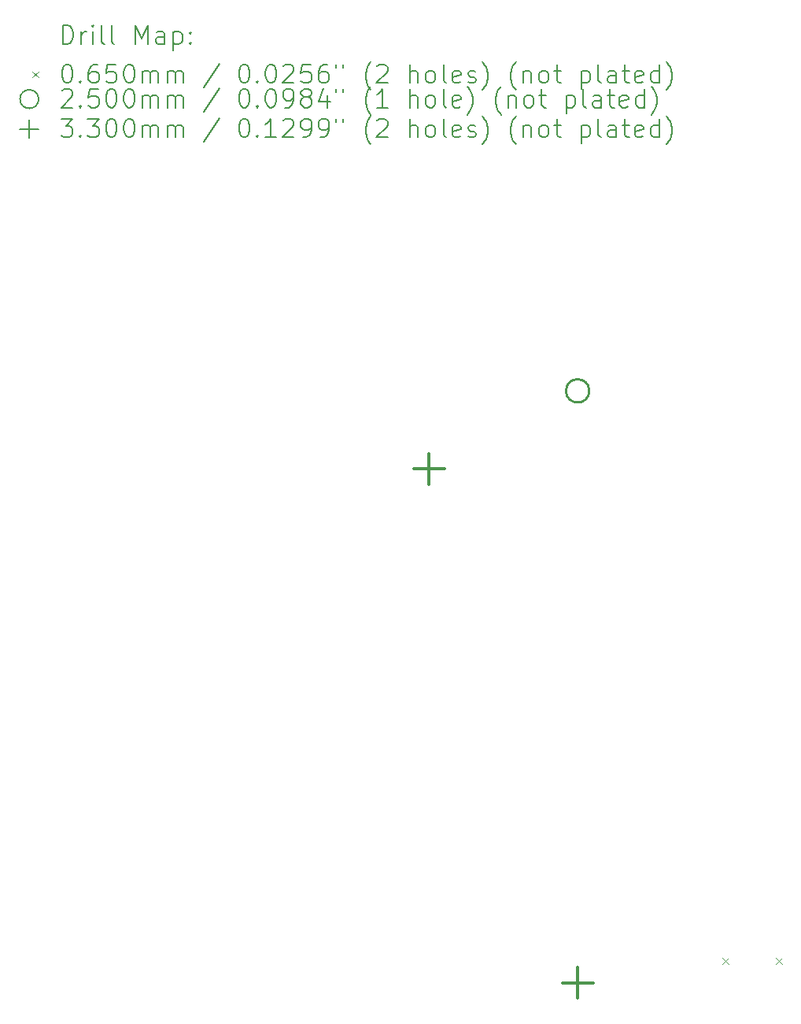
<source format=gbr>
%TF.GenerationSoftware,KiCad,Pcbnew,7.0.8*%
%TF.CreationDate,2024-03-21T14:38:22-03:00*%
%TF.ProjectId,Demo PPI NB V2,44656d6f-2050-4504-9920-4e422056322e,rev?*%
%TF.SameCoordinates,Original*%
%TF.FileFunction,Drillmap*%
%TF.FilePolarity,Positive*%
%FSLAX45Y45*%
G04 Gerber Fmt 4.5, Leading zero omitted, Abs format (unit mm)*
G04 Created by KiCad (PCBNEW 7.0.8) date 2024-03-21 14:38:22*
%MOMM*%
%LPD*%
G01*
G04 APERTURE LIST*
%ADD10C,0.200000*%
%ADD11C,0.065000*%
%ADD12C,0.250000*%
%ADD13C,0.330000*%
G04 APERTURE END LIST*
D10*
D11*
X7357500Y-10134500D02*
X7422500Y-10199500D01*
X7422500Y-10134500D02*
X7357500Y-10199500D01*
X7935500Y-10134500D02*
X8000500Y-10199500D01*
X8000500Y-10134500D02*
X7935500Y-10199500D01*
D12*
X5925000Y-4040000D02*
G75*
G03*
X5925000Y-4040000I-125000J0D01*
G01*
D13*
X4200000Y-4713000D02*
X4200000Y-5043000D01*
X4035000Y-4878000D02*
X4365000Y-4878000D01*
X5800000Y-10237000D02*
X5800000Y-10567000D01*
X5635000Y-10402000D02*
X5965000Y-10402000D01*
D10*
X260777Y-311484D02*
X260777Y-111484D01*
X260777Y-111484D02*
X308396Y-111484D01*
X308396Y-111484D02*
X336967Y-121008D01*
X336967Y-121008D02*
X356015Y-140055D01*
X356015Y-140055D02*
X365539Y-159103D01*
X365539Y-159103D02*
X375062Y-197198D01*
X375062Y-197198D02*
X375062Y-225769D01*
X375062Y-225769D02*
X365539Y-263865D01*
X365539Y-263865D02*
X356015Y-282912D01*
X356015Y-282912D02*
X336967Y-301960D01*
X336967Y-301960D02*
X308396Y-311484D01*
X308396Y-311484D02*
X260777Y-311484D01*
X460777Y-311484D02*
X460777Y-178150D01*
X460777Y-216246D02*
X470301Y-197198D01*
X470301Y-197198D02*
X479824Y-187674D01*
X479824Y-187674D02*
X498872Y-178150D01*
X498872Y-178150D02*
X517920Y-178150D01*
X584586Y-311484D02*
X584586Y-178150D01*
X584586Y-111484D02*
X575063Y-121008D01*
X575063Y-121008D02*
X584586Y-130531D01*
X584586Y-130531D02*
X594110Y-121008D01*
X594110Y-121008D02*
X584586Y-111484D01*
X584586Y-111484D02*
X584586Y-130531D01*
X708396Y-311484D02*
X689348Y-301960D01*
X689348Y-301960D02*
X679824Y-282912D01*
X679824Y-282912D02*
X679824Y-111484D01*
X813158Y-311484D02*
X794110Y-301960D01*
X794110Y-301960D02*
X784586Y-282912D01*
X784586Y-282912D02*
X784586Y-111484D01*
X1041729Y-311484D02*
X1041729Y-111484D01*
X1041729Y-111484D02*
X1108396Y-254341D01*
X1108396Y-254341D02*
X1175063Y-111484D01*
X1175063Y-111484D02*
X1175063Y-311484D01*
X1356015Y-311484D02*
X1356015Y-206722D01*
X1356015Y-206722D02*
X1346491Y-187674D01*
X1346491Y-187674D02*
X1327444Y-178150D01*
X1327444Y-178150D02*
X1289348Y-178150D01*
X1289348Y-178150D02*
X1270301Y-187674D01*
X1356015Y-301960D02*
X1336967Y-311484D01*
X1336967Y-311484D02*
X1289348Y-311484D01*
X1289348Y-311484D02*
X1270301Y-301960D01*
X1270301Y-301960D02*
X1260777Y-282912D01*
X1260777Y-282912D02*
X1260777Y-263865D01*
X1260777Y-263865D02*
X1270301Y-244817D01*
X1270301Y-244817D02*
X1289348Y-235293D01*
X1289348Y-235293D02*
X1336967Y-235293D01*
X1336967Y-235293D02*
X1356015Y-225769D01*
X1451253Y-178150D02*
X1451253Y-378150D01*
X1451253Y-187674D02*
X1470301Y-178150D01*
X1470301Y-178150D02*
X1508396Y-178150D01*
X1508396Y-178150D02*
X1527443Y-187674D01*
X1527443Y-187674D02*
X1536967Y-197198D01*
X1536967Y-197198D02*
X1546491Y-216246D01*
X1546491Y-216246D02*
X1546491Y-273389D01*
X1546491Y-273389D02*
X1536967Y-292436D01*
X1536967Y-292436D02*
X1527443Y-301960D01*
X1527443Y-301960D02*
X1508396Y-311484D01*
X1508396Y-311484D02*
X1470301Y-311484D01*
X1470301Y-311484D02*
X1451253Y-301960D01*
X1632205Y-292436D02*
X1641729Y-301960D01*
X1641729Y-301960D02*
X1632205Y-311484D01*
X1632205Y-311484D02*
X1622682Y-301960D01*
X1622682Y-301960D02*
X1632205Y-292436D01*
X1632205Y-292436D02*
X1632205Y-311484D01*
X1632205Y-187674D02*
X1641729Y-197198D01*
X1641729Y-197198D02*
X1632205Y-206722D01*
X1632205Y-206722D02*
X1622682Y-197198D01*
X1622682Y-197198D02*
X1632205Y-187674D01*
X1632205Y-187674D02*
X1632205Y-206722D01*
D11*
X-65000Y-607500D02*
X0Y-672500D01*
X0Y-607500D02*
X-65000Y-672500D01*
D10*
X298872Y-531484D02*
X317920Y-531484D01*
X317920Y-531484D02*
X336967Y-541008D01*
X336967Y-541008D02*
X346491Y-550531D01*
X346491Y-550531D02*
X356015Y-569579D01*
X356015Y-569579D02*
X365539Y-607674D01*
X365539Y-607674D02*
X365539Y-655293D01*
X365539Y-655293D02*
X356015Y-693389D01*
X356015Y-693389D02*
X346491Y-712436D01*
X346491Y-712436D02*
X336967Y-721960D01*
X336967Y-721960D02*
X317920Y-731484D01*
X317920Y-731484D02*
X298872Y-731484D01*
X298872Y-731484D02*
X279824Y-721960D01*
X279824Y-721960D02*
X270301Y-712436D01*
X270301Y-712436D02*
X260777Y-693389D01*
X260777Y-693389D02*
X251253Y-655293D01*
X251253Y-655293D02*
X251253Y-607674D01*
X251253Y-607674D02*
X260777Y-569579D01*
X260777Y-569579D02*
X270301Y-550531D01*
X270301Y-550531D02*
X279824Y-541008D01*
X279824Y-541008D02*
X298872Y-531484D01*
X451253Y-712436D02*
X460777Y-721960D01*
X460777Y-721960D02*
X451253Y-731484D01*
X451253Y-731484D02*
X441729Y-721960D01*
X441729Y-721960D02*
X451253Y-712436D01*
X451253Y-712436D02*
X451253Y-731484D01*
X632205Y-531484D02*
X594110Y-531484D01*
X594110Y-531484D02*
X575063Y-541008D01*
X575063Y-541008D02*
X565539Y-550531D01*
X565539Y-550531D02*
X546491Y-579103D01*
X546491Y-579103D02*
X536967Y-617198D01*
X536967Y-617198D02*
X536967Y-693389D01*
X536967Y-693389D02*
X546491Y-712436D01*
X546491Y-712436D02*
X556015Y-721960D01*
X556015Y-721960D02*
X575063Y-731484D01*
X575063Y-731484D02*
X613158Y-731484D01*
X613158Y-731484D02*
X632205Y-721960D01*
X632205Y-721960D02*
X641729Y-712436D01*
X641729Y-712436D02*
X651253Y-693389D01*
X651253Y-693389D02*
X651253Y-645770D01*
X651253Y-645770D02*
X641729Y-626722D01*
X641729Y-626722D02*
X632205Y-617198D01*
X632205Y-617198D02*
X613158Y-607674D01*
X613158Y-607674D02*
X575063Y-607674D01*
X575063Y-607674D02*
X556015Y-617198D01*
X556015Y-617198D02*
X546491Y-626722D01*
X546491Y-626722D02*
X536967Y-645770D01*
X832205Y-531484D02*
X736967Y-531484D01*
X736967Y-531484D02*
X727443Y-626722D01*
X727443Y-626722D02*
X736967Y-617198D01*
X736967Y-617198D02*
X756015Y-607674D01*
X756015Y-607674D02*
X803634Y-607674D01*
X803634Y-607674D02*
X822682Y-617198D01*
X822682Y-617198D02*
X832205Y-626722D01*
X832205Y-626722D02*
X841729Y-645770D01*
X841729Y-645770D02*
X841729Y-693389D01*
X841729Y-693389D02*
X832205Y-712436D01*
X832205Y-712436D02*
X822682Y-721960D01*
X822682Y-721960D02*
X803634Y-731484D01*
X803634Y-731484D02*
X756015Y-731484D01*
X756015Y-731484D02*
X736967Y-721960D01*
X736967Y-721960D02*
X727443Y-712436D01*
X965539Y-531484D02*
X984586Y-531484D01*
X984586Y-531484D02*
X1003634Y-541008D01*
X1003634Y-541008D02*
X1013158Y-550531D01*
X1013158Y-550531D02*
X1022682Y-569579D01*
X1022682Y-569579D02*
X1032205Y-607674D01*
X1032205Y-607674D02*
X1032205Y-655293D01*
X1032205Y-655293D02*
X1022682Y-693389D01*
X1022682Y-693389D02*
X1013158Y-712436D01*
X1013158Y-712436D02*
X1003634Y-721960D01*
X1003634Y-721960D02*
X984586Y-731484D01*
X984586Y-731484D02*
X965539Y-731484D01*
X965539Y-731484D02*
X946491Y-721960D01*
X946491Y-721960D02*
X936967Y-712436D01*
X936967Y-712436D02*
X927443Y-693389D01*
X927443Y-693389D02*
X917920Y-655293D01*
X917920Y-655293D02*
X917920Y-607674D01*
X917920Y-607674D02*
X927443Y-569579D01*
X927443Y-569579D02*
X936967Y-550531D01*
X936967Y-550531D02*
X946491Y-541008D01*
X946491Y-541008D02*
X965539Y-531484D01*
X1117920Y-731484D02*
X1117920Y-598150D01*
X1117920Y-617198D02*
X1127444Y-607674D01*
X1127444Y-607674D02*
X1146491Y-598150D01*
X1146491Y-598150D02*
X1175063Y-598150D01*
X1175063Y-598150D02*
X1194110Y-607674D01*
X1194110Y-607674D02*
X1203634Y-626722D01*
X1203634Y-626722D02*
X1203634Y-731484D01*
X1203634Y-626722D02*
X1213158Y-607674D01*
X1213158Y-607674D02*
X1232205Y-598150D01*
X1232205Y-598150D02*
X1260777Y-598150D01*
X1260777Y-598150D02*
X1279825Y-607674D01*
X1279825Y-607674D02*
X1289348Y-626722D01*
X1289348Y-626722D02*
X1289348Y-731484D01*
X1384586Y-731484D02*
X1384586Y-598150D01*
X1384586Y-617198D02*
X1394110Y-607674D01*
X1394110Y-607674D02*
X1413158Y-598150D01*
X1413158Y-598150D02*
X1441729Y-598150D01*
X1441729Y-598150D02*
X1460777Y-607674D01*
X1460777Y-607674D02*
X1470301Y-626722D01*
X1470301Y-626722D02*
X1470301Y-731484D01*
X1470301Y-626722D02*
X1479824Y-607674D01*
X1479824Y-607674D02*
X1498872Y-598150D01*
X1498872Y-598150D02*
X1527443Y-598150D01*
X1527443Y-598150D02*
X1546491Y-607674D01*
X1546491Y-607674D02*
X1556015Y-626722D01*
X1556015Y-626722D02*
X1556015Y-731484D01*
X1946491Y-521960D02*
X1775063Y-779103D01*
X2203634Y-531484D02*
X2222682Y-531484D01*
X2222682Y-531484D02*
X2241729Y-541008D01*
X2241729Y-541008D02*
X2251253Y-550531D01*
X2251253Y-550531D02*
X2260777Y-569579D01*
X2260777Y-569579D02*
X2270301Y-607674D01*
X2270301Y-607674D02*
X2270301Y-655293D01*
X2270301Y-655293D02*
X2260777Y-693389D01*
X2260777Y-693389D02*
X2251253Y-712436D01*
X2251253Y-712436D02*
X2241729Y-721960D01*
X2241729Y-721960D02*
X2222682Y-731484D01*
X2222682Y-731484D02*
X2203634Y-731484D01*
X2203634Y-731484D02*
X2184587Y-721960D01*
X2184587Y-721960D02*
X2175063Y-712436D01*
X2175063Y-712436D02*
X2165539Y-693389D01*
X2165539Y-693389D02*
X2156015Y-655293D01*
X2156015Y-655293D02*
X2156015Y-607674D01*
X2156015Y-607674D02*
X2165539Y-569579D01*
X2165539Y-569579D02*
X2175063Y-550531D01*
X2175063Y-550531D02*
X2184587Y-541008D01*
X2184587Y-541008D02*
X2203634Y-531484D01*
X2356015Y-712436D02*
X2365539Y-721960D01*
X2365539Y-721960D02*
X2356015Y-731484D01*
X2356015Y-731484D02*
X2346491Y-721960D01*
X2346491Y-721960D02*
X2356015Y-712436D01*
X2356015Y-712436D02*
X2356015Y-731484D01*
X2489348Y-531484D02*
X2508396Y-531484D01*
X2508396Y-531484D02*
X2527444Y-541008D01*
X2527444Y-541008D02*
X2536968Y-550531D01*
X2536968Y-550531D02*
X2546491Y-569579D01*
X2546491Y-569579D02*
X2556015Y-607674D01*
X2556015Y-607674D02*
X2556015Y-655293D01*
X2556015Y-655293D02*
X2546491Y-693389D01*
X2546491Y-693389D02*
X2536968Y-712436D01*
X2536968Y-712436D02*
X2527444Y-721960D01*
X2527444Y-721960D02*
X2508396Y-731484D01*
X2508396Y-731484D02*
X2489348Y-731484D01*
X2489348Y-731484D02*
X2470301Y-721960D01*
X2470301Y-721960D02*
X2460777Y-712436D01*
X2460777Y-712436D02*
X2451253Y-693389D01*
X2451253Y-693389D02*
X2441729Y-655293D01*
X2441729Y-655293D02*
X2441729Y-607674D01*
X2441729Y-607674D02*
X2451253Y-569579D01*
X2451253Y-569579D02*
X2460777Y-550531D01*
X2460777Y-550531D02*
X2470301Y-541008D01*
X2470301Y-541008D02*
X2489348Y-531484D01*
X2632206Y-550531D02*
X2641729Y-541008D01*
X2641729Y-541008D02*
X2660777Y-531484D01*
X2660777Y-531484D02*
X2708396Y-531484D01*
X2708396Y-531484D02*
X2727444Y-541008D01*
X2727444Y-541008D02*
X2736968Y-550531D01*
X2736968Y-550531D02*
X2746491Y-569579D01*
X2746491Y-569579D02*
X2746491Y-588627D01*
X2746491Y-588627D02*
X2736968Y-617198D01*
X2736968Y-617198D02*
X2622682Y-731484D01*
X2622682Y-731484D02*
X2746491Y-731484D01*
X2927444Y-531484D02*
X2832206Y-531484D01*
X2832206Y-531484D02*
X2822682Y-626722D01*
X2822682Y-626722D02*
X2832206Y-617198D01*
X2832206Y-617198D02*
X2851253Y-607674D01*
X2851253Y-607674D02*
X2898872Y-607674D01*
X2898872Y-607674D02*
X2917920Y-617198D01*
X2917920Y-617198D02*
X2927444Y-626722D01*
X2927444Y-626722D02*
X2936967Y-645770D01*
X2936967Y-645770D02*
X2936967Y-693389D01*
X2936967Y-693389D02*
X2927444Y-712436D01*
X2927444Y-712436D02*
X2917920Y-721960D01*
X2917920Y-721960D02*
X2898872Y-731484D01*
X2898872Y-731484D02*
X2851253Y-731484D01*
X2851253Y-731484D02*
X2832206Y-721960D01*
X2832206Y-721960D02*
X2822682Y-712436D01*
X3108396Y-531484D02*
X3070301Y-531484D01*
X3070301Y-531484D02*
X3051253Y-541008D01*
X3051253Y-541008D02*
X3041729Y-550531D01*
X3041729Y-550531D02*
X3022682Y-579103D01*
X3022682Y-579103D02*
X3013158Y-617198D01*
X3013158Y-617198D02*
X3013158Y-693389D01*
X3013158Y-693389D02*
X3022682Y-712436D01*
X3022682Y-712436D02*
X3032206Y-721960D01*
X3032206Y-721960D02*
X3051253Y-731484D01*
X3051253Y-731484D02*
X3089348Y-731484D01*
X3089348Y-731484D02*
X3108396Y-721960D01*
X3108396Y-721960D02*
X3117920Y-712436D01*
X3117920Y-712436D02*
X3127444Y-693389D01*
X3127444Y-693389D02*
X3127444Y-645770D01*
X3127444Y-645770D02*
X3117920Y-626722D01*
X3117920Y-626722D02*
X3108396Y-617198D01*
X3108396Y-617198D02*
X3089348Y-607674D01*
X3089348Y-607674D02*
X3051253Y-607674D01*
X3051253Y-607674D02*
X3032206Y-617198D01*
X3032206Y-617198D02*
X3022682Y-626722D01*
X3022682Y-626722D02*
X3013158Y-645770D01*
X3203634Y-531484D02*
X3203634Y-569579D01*
X3279825Y-531484D02*
X3279825Y-569579D01*
X3575063Y-807674D02*
X3565539Y-798150D01*
X3565539Y-798150D02*
X3546491Y-769579D01*
X3546491Y-769579D02*
X3536968Y-750531D01*
X3536968Y-750531D02*
X3527444Y-721960D01*
X3527444Y-721960D02*
X3517920Y-674341D01*
X3517920Y-674341D02*
X3517920Y-636246D01*
X3517920Y-636246D02*
X3527444Y-588627D01*
X3527444Y-588627D02*
X3536968Y-560055D01*
X3536968Y-560055D02*
X3546491Y-541008D01*
X3546491Y-541008D02*
X3565539Y-512436D01*
X3565539Y-512436D02*
X3575063Y-502912D01*
X3641729Y-550531D02*
X3651253Y-541008D01*
X3651253Y-541008D02*
X3670301Y-531484D01*
X3670301Y-531484D02*
X3717920Y-531484D01*
X3717920Y-531484D02*
X3736968Y-541008D01*
X3736968Y-541008D02*
X3746491Y-550531D01*
X3746491Y-550531D02*
X3756015Y-569579D01*
X3756015Y-569579D02*
X3756015Y-588627D01*
X3756015Y-588627D02*
X3746491Y-617198D01*
X3746491Y-617198D02*
X3632206Y-731484D01*
X3632206Y-731484D02*
X3756015Y-731484D01*
X3994110Y-731484D02*
X3994110Y-531484D01*
X4079825Y-731484D02*
X4079825Y-626722D01*
X4079825Y-626722D02*
X4070301Y-607674D01*
X4070301Y-607674D02*
X4051253Y-598150D01*
X4051253Y-598150D02*
X4022682Y-598150D01*
X4022682Y-598150D02*
X4003634Y-607674D01*
X4003634Y-607674D02*
X3994110Y-617198D01*
X4203634Y-731484D02*
X4184587Y-721960D01*
X4184587Y-721960D02*
X4175063Y-712436D01*
X4175063Y-712436D02*
X4165539Y-693389D01*
X4165539Y-693389D02*
X4165539Y-636246D01*
X4165539Y-636246D02*
X4175063Y-617198D01*
X4175063Y-617198D02*
X4184587Y-607674D01*
X4184587Y-607674D02*
X4203634Y-598150D01*
X4203634Y-598150D02*
X4232206Y-598150D01*
X4232206Y-598150D02*
X4251253Y-607674D01*
X4251253Y-607674D02*
X4260777Y-617198D01*
X4260777Y-617198D02*
X4270301Y-636246D01*
X4270301Y-636246D02*
X4270301Y-693389D01*
X4270301Y-693389D02*
X4260777Y-712436D01*
X4260777Y-712436D02*
X4251253Y-721960D01*
X4251253Y-721960D02*
X4232206Y-731484D01*
X4232206Y-731484D02*
X4203634Y-731484D01*
X4384587Y-731484D02*
X4365539Y-721960D01*
X4365539Y-721960D02*
X4356015Y-702912D01*
X4356015Y-702912D02*
X4356015Y-531484D01*
X4536968Y-721960D02*
X4517920Y-731484D01*
X4517920Y-731484D02*
X4479825Y-731484D01*
X4479825Y-731484D02*
X4460777Y-721960D01*
X4460777Y-721960D02*
X4451253Y-702912D01*
X4451253Y-702912D02*
X4451253Y-626722D01*
X4451253Y-626722D02*
X4460777Y-607674D01*
X4460777Y-607674D02*
X4479825Y-598150D01*
X4479825Y-598150D02*
X4517920Y-598150D01*
X4517920Y-598150D02*
X4536968Y-607674D01*
X4536968Y-607674D02*
X4546492Y-626722D01*
X4546492Y-626722D02*
X4546492Y-645770D01*
X4546492Y-645770D02*
X4451253Y-664817D01*
X4622682Y-721960D02*
X4641730Y-731484D01*
X4641730Y-731484D02*
X4679825Y-731484D01*
X4679825Y-731484D02*
X4698873Y-721960D01*
X4698873Y-721960D02*
X4708396Y-702912D01*
X4708396Y-702912D02*
X4708396Y-693389D01*
X4708396Y-693389D02*
X4698873Y-674341D01*
X4698873Y-674341D02*
X4679825Y-664817D01*
X4679825Y-664817D02*
X4651253Y-664817D01*
X4651253Y-664817D02*
X4632206Y-655293D01*
X4632206Y-655293D02*
X4622682Y-636246D01*
X4622682Y-636246D02*
X4622682Y-626722D01*
X4622682Y-626722D02*
X4632206Y-607674D01*
X4632206Y-607674D02*
X4651253Y-598150D01*
X4651253Y-598150D02*
X4679825Y-598150D01*
X4679825Y-598150D02*
X4698873Y-607674D01*
X4775063Y-807674D02*
X4784587Y-798150D01*
X4784587Y-798150D02*
X4803634Y-769579D01*
X4803634Y-769579D02*
X4813158Y-750531D01*
X4813158Y-750531D02*
X4822682Y-721960D01*
X4822682Y-721960D02*
X4832206Y-674341D01*
X4832206Y-674341D02*
X4832206Y-636246D01*
X4832206Y-636246D02*
X4822682Y-588627D01*
X4822682Y-588627D02*
X4813158Y-560055D01*
X4813158Y-560055D02*
X4803634Y-541008D01*
X4803634Y-541008D02*
X4784587Y-512436D01*
X4784587Y-512436D02*
X4775063Y-502912D01*
X5136968Y-807674D02*
X5127444Y-798150D01*
X5127444Y-798150D02*
X5108396Y-769579D01*
X5108396Y-769579D02*
X5098873Y-750531D01*
X5098873Y-750531D02*
X5089349Y-721960D01*
X5089349Y-721960D02*
X5079825Y-674341D01*
X5079825Y-674341D02*
X5079825Y-636246D01*
X5079825Y-636246D02*
X5089349Y-588627D01*
X5089349Y-588627D02*
X5098873Y-560055D01*
X5098873Y-560055D02*
X5108396Y-541008D01*
X5108396Y-541008D02*
X5127444Y-512436D01*
X5127444Y-512436D02*
X5136968Y-502912D01*
X5213158Y-598150D02*
X5213158Y-731484D01*
X5213158Y-617198D02*
X5222682Y-607674D01*
X5222682Y-607674D02*
X5241730Y-598150D01*
X5241730Y-598150D02*
X5270301Y-598150D01*
X5270301Y-598150D02*
X5289349Y-607674D01*
X5289349Y-607674D02*
X5298873Y-626722D01*
X5298873Y-626722D02*
X5298873Y-731484D01*
X5422682Y-731484D02*
X5403634Y-721960D01*
X5403634Y-721960D02*
X5394111Y-712436D01*
X5394111Y-712436D02*
X5384587Y-693389D01*
X5384587Y-693389D02*
X5384587Y-636246D01*
X5384587Y-636246D02*
X5394111Y-617198D01*
X5394111Y-617198D02*
X5403634Y-607674D01*
X5403634Y-607674D02*
X5422682Y-598150D01*
X5422682Y-598150D02*
X5451254Y-598150D01*
X5451254Y-598150D02*
X5470301Y-607674D01*
X5470301Y-607674D02*
X5479825Y-617198D01*
X5479825Y-617198D02*
X5489349Y-636246D01*
X5489349Y-636246D02*
X5489349Y-693389D01*
X5489349Y-693389D02*
X5479825Y-712436D01*
X5479825Y-712436D02*
X5470301Y-721960D01*
X5470301Y-721960D02*
X5451254Y-731484D01*
X5451254Y-731484D02*
X5422682Y-731484D01*
X5546492Y-598150D02*
X5622682Y-598150D01*
X5575063Y-531484D02*
X5575063Y-702912D01*
X5575063Y-702912D02*
X5584587Y-721960D01*
X5584587Y-721960D02*
X5603634Y-731484D01*
X5603634Y-731484D02*
X5622682Y-731484D01*
X5841730Y-598150D02*
X5841730Y-798150D01*
X5841730Y-607674D02*
X5860777Y-598150D01*
X5860777Y-598150D02*
X5898873Y-598150D01*
X5898873Y-598150D02*
X5917920Y-607674D01*
X5917920Y-607674D02*
X5927444Y-617198D01*
X5927444Y-617198D02*
X5936968Y-636246D01*
X5936968Y-636246D02*
X5936968Y-693389D01*
X5936968Y-693389D02*
X5927444Y-712436D01*
X5927444Y-712436D02*
X5917920Y-721960D01*
X5917920Y-721960D02*
X5898873Y-731484D01*
X5898873Y-731484D02*
X5860777Y-731484D01*
X5860777Y-731484D02*
X5841730Y-721960D01*
X6051253Y-731484D02*
X6032206Y-721960D01*
X6032206Y-721960D02*
X6022682Y-702912D01*
X6022682Y-702912D02*
X6022682Y-531484D01*
X6213158Y-731484D02*
X6213158Y-626722D01*
X6213158Y-626722D02*
X6203634Y-607674D01*
X6203634Y-607674D02*
X6184587Y-598150D01*
X6184587Y-598150D02*
X6146492Y-598150D01*
X6146492Y-598150D02*
X6127444Y-607674D01*
X6213158Y-721960D02*
X6194111Y-731484D01*
X6194111Y-731484D02*
X6146492Y-731484D01*
X6146492Y-731484D02*
X6127444Y-721960D01*
X6127444Y-721960D02*
X6117920Y-702912D01*
X6117920Y-702912D02*
X6117920Y-683865D01*
X6117920Y-683865D02*
X6127444Y-664817D01*
X6127444Y-664817D02*
X6146492Y-655293D01*
X6146492Y-655293D02*
X6194111Y-655293D01*
X6194111Y-655293D02*
X6213158Y-645770D01*
X6279825Y-598150D02*
X6356015Y-598150D01*
X6308396Y-531484D02*
X6308396Y-702912D01*
X6308396Y-702912D02*
X6317920Y-721960D01*
X6317920Y-721960D02*
X6336968Y-731484D01*
X6336968Y-731484D02*
X6356015Y-731484D01*
X6498873Y-721960D02*
X6479825Y-731484D01*
X6479825Y-731484D02*
X6441730Y-731484D01*
X6441730Y-731484D02*
X6422682Y-721960D01*
X6422682Y-721960D02*
X6413158Y-702912D01*
X6413158Y-702912D02*
X6413158Y-626722D01*
X6413158Y-626722D02*
X6422682Y-607674D01*
X6422682Y-607674D02*
X6441730Y-598150D01*
X6441730Y-598150D02*
X6479825Y-598150D01*
X6479825Y-598150D02*
X6498873Y-607674D01*
X6498873Y-607674D02*
X6508396Y-626722D01*
X6508396Y-626722D02*
X6508396Y-645770D01*
X6508396Y-645770D02*
X6413158Y-664817D01*
X6679825Y-731484D02*
X6679825Y-531484D01*
X6679825Y-721960D02*
X6660777Y-731484D01*
X6660777Y-731484D02*
X6622682Y-731484D01*
X6622682Y-731484D02*
X6603634Y-721960D01*
X6603634Y-721960D02*
X6594111Y-712436D01*
X6594111Y-712436D02*
X6584587Y-693389D01*
X6584587Y-693389D02*
X6584587Y-636246D01*
X6584587Y-636246D02*
X6594111Y-617198D01*
X6594111Y-617198D02*
X6603634Y-607674D01*
X6603634Y-607674D02*
X6622682Y-598150D01*
X6622682Y-598150D02*
X6660777Y-598150D01*
X6660777Y-598150D02*
X6679825Y-607674D01*
X6756015Y-807674D02*
X6765539Y-798150D01*
X6765539Y-798150D02*
X6784587Y-769579D01*
X6784587Y-769579D02*
X6794111Y-750531D01*
X6794111Y-750531D02*
X6803634Y-721960D01*
X6803634Y-721960D02*
X6813158Y-674341D01*
X6813158Y-674341D02*
X6813158Y-636246D01*
X6813158Y-636246D02*
X6803634Y-588627D01*
X6803634Y-588627D02*
X6794111Y-560055D01*
X6794111Y-560055D02*
X6784587Y-541008D01*
X6784587Y-541008D02*
X6765539Y-512436D01*
X6765539Y-512436D02*
X6756015Y-502912D01*
X0Y-904000D02*
G75*
G03*
X0Y-904000I-100000J0D01*
G01*
X251253Y-814531D02*
X260777Y-805008D01*
X260777Y-805008D02*
X279824Y-795484D01*
X279824Y-795484D02*
X327444Y-795484D01*
X327444Y-795484D02*
X346491Y-805008D01*
X346491Y-805008D02*
X356015Y-814531D01*
X356015Y-814531D02*
X365539Y-833579D01*
X365539Y-833579D02*
X365539Y-852627D01*
X365539Y-852627D02*
X356015Y-881198D01*
X356015Y-881198D02*
X241729Y-995484D01*
X241729Y-995484D02*
X365539Y-995484D01*
X451253Y-976436D02*
X460777Y-985960D01*
X460777Y-985960D02*
X451253Y-995484D01*
X451253Y-995484D02*
X441729Y-985960D01*
X441729Y-985960D02*
X451253Y-976436D01*
X451253Y-976436D02*
X451253Y-995484D01*
X641729Y-795484D02*
X546491Y-795484D01*
X546491Y-795484D02*
X536967Y-890722D01*
X536967Y-890722D02*
X546491Y-881198D01*
X546491Y-881198D02*
X565539Y-871674D01*
X565539Y-871674D02*
X613158Y-871674D01*
X613158Y-871674D02*
X632205Y-881198D01*
X632205Y-881198D02*
X641729Y-890722D01*
X641729Y-890722D02*
X651253Y-909769D01*
X651253Y-909769D02*
X651253Y-957388D01*
X651253Y-957388D02*
X641729Y-976436D01*
X641729Y-976436D02*
X632205Y-985960D01*
X632205Y-985960D02*
X613158Y-995484D01*
X613158Y-995484D02*
X565539Y-995484D01*
X565539Y-995484D02*
X546491Y-985960D01*
X546491Y-985960D02*
X536967Y-976436D01*
X775062Y-795484D02*
X794110Y-795484D01*
X794110Y-795484D02*
X813158Y-805008D01*
X813158Y-805008D02*
X822682Y-814531D01*
X822682Y-814531D02*
X832205Y-833579D01*
X832205Y-833579D02*
X841729Y-871674D01*
X841729Y-871674D02*
X841729Y-919293D01*
X841729Y-919293D02*
X832205Y-957388D01*
X832205Y-957388D02*
X822682Y-976436D01*
X822682Y-976436D02*
X813158Y-985960D01*
X813158Y-985960D02*
X794110Y-995484D01*
X794110Y-995484D02*
X775062Y-995484D01*
X775062Y-995484D02*
X756015Y-985960D01*
X756015Y-985960D02*
X746491Y-976436D01*
X746491Y-976436D02*
X736967Y-957388D01*
X736967Y-957388D02*
X727443Y-919293D01*
X727443Y-919293D02*
X727443Y-871674D01*
X727443Y-871674D02*
X736967Y-833579D01*
X736967Y-833579D02*
X746491Y-814531D01*
X746491Y-814531D02*
X756015Y-805008D01*
X756015Y-805008D02*
X775062Y-795484D01*
X965539Y-795484D02*
X984586Y-795484D01*
X984586Y-795484D02*
X1003634Y-805008D01*
X1003634Y-805008D02*
X1013158Y-814531D01*
X1013158Y-814531D02*
X1022682Y-833579D01*
X1022682Y-833579D02*
X1032205Y-871674D01*
X1032205Y-871674D02*
X1032205Y-919293D01*
X1032205Y-919293D02*
X1022682Y-957388D01*
X1022682Y-957388D02*
X1013158Y-976436D01*
X1013158Y-976436D02*
X1003634Y-985960D01*
X1003634Y-985960D02*
X984586Y-995484D01*
X984586Y-995484D02*
X965539Y-995484D01*
X965539Y-995484D02*
X946491Y-985960D01*
X946491Y-985960D02*
X936967Y-976436D01*
X936967Y-976436D02*
X927443Y-957388D01*
X927443Y-957388D02*
X917920Y-919293D01*
X917920Y-919293D02*
X917920Y-871674D01*
X917920Y-871674D02*
X927443Y-833579D01*
X927443Y-833579D02*
X936967Y-814531D01*
X936967Y-814531D02*
X946491Y-805008D01*
X946491Y-805008D02*
X965539Y-795484D01*
X1117920Y-995484D02*
X1117920Y-862150D01*
X1117920Y-881198D02*
X1127444Y-871674D01*
X1127444Y-871674D02*
X1146491Y-862150D01*
X1146491Y-862150D02*
X1175063Y-862150D01*
X1175063Y-862150D02*
X1194110Y-871674D01*
X1194110Y-871674D02*
X1203634Y-890722D01*
X1203634Y-890722D02*
X1203634Y-995484D01*
X1203634Y-890722D02*
X1213158Y-871674D01*
X1213158Y-871674D02*
X1232205Y-862150D01*
X1232205Y-862150D02*
X1260777Y-862150D01*
X1260777Y-862150D02*
X1279825Y-871674D01*
X1279825Y-871674D02*
X1289348Y-890722D01*
X1289348Y-890722D02*
X1289348Y-995484D01*
X1384586Y-995484D02*
X1384586Y-862150D01*
X1384586Y-881198D02*
X1394110Y-871674D01*
X1394110Y-871674D02*
X1413158Y-862150D01*
X1413158Y-862150D02*
X1441729Y-862150D01*
X1441729Y-862150D02*
X1460777Y-871674D01*
X1460777Y-871674D02*
X1470301Y-890722D01*
X1470301Y-890722D02*
X1470301Y-995484D01*
X1470301Y-890722D02*
X1479824Y-871674D01*
X1479824Y-871674D02*
X1498872Y-862150D01*
X1498872Y-862150D02*
X1527443Y-862150D01*
X1527443Y-862150D02*
X1546491Y-871674D01*
X1546491Y-871674D02*
X1556015Y-890722D01*
X1556015Y-890722D02*
X1556015Y-995484D01*
X1946491Y-785960D02*
X1775063Y-1043103D01*
X2203634Y-795484D02*
X2222682Y-795484D01*
X2222682Y-795484D02*
X2241729Y-805008D01*
X2241729Y-805008D02*
X2251253Y-814531D01*
X2251253Y-814531D02*
X2260777Y-833579D01*
X2260777Y-833579D02*
X2270301Y-871674D01*
X2270301Y-871674D02*
X2270301Y-919293D01*
X2270301Y-919293D02*
X2260777Y-957388D01*
X2260777Y-957388D02*
X2251253Y-976436D01*
X2251253Y-976436D02*
X2241729Y-985960D01*
X2241729Y-985960D02*
X2222682Y-995484D01*
X2222682Y-995484D02*
X2203634Y-995484D01*
X2203634Y-995484D02*
X2184587Y-985960D01*
X2184587Y-985960D02*
X2175063Y-976436D01*
X2175063Y-976436D02*
X2165539Y-957388D01*
X2165539Y-957388D02*
X2156015Y-919293D01*
X2156015Y-919293D02*
X2156015Y-871674D01*
X2156015Y-871674D02*
X2165539Y-833579D01*
X2165539Y-833579D02*
X2175063Y-814531D01*
X2175063Y-814531D02*
X2184587Y-805008D01*
X2184587Y-805008D02*
X2203634Y-795484D01*
X2356015Y-976436D02*
X2365539Y-985960D01*
X2365539Y-985960D02*
X2356015Y-995484D01*
X2356015Y-995484D02*
X2346491Y-985960D01*
X2346491Y-985960D02*
X2356015Y-976436D01*
X2356015Y-976436D02*
X2356015Y-995484D01*
X2489348Y-795484D02*
X2508396Y-795484D01*
X2508396Y-795484D02*
X2527444Y-805008D01*
X2527444Y-805008D02*
X2536968Y-814531D01*
X2536968Y-814531D02*
X2546491Y-833579D01*
X2546491Y-833579D02*
X2556015Y-871674D01*
X2556015Y-871674D02*
X2556015Y-919293D01*
X2556015Y-919293D02*
X2546491Y-957388D01*
X2546491Y-957388D02*
X2536968Y-976436D01*
X2536968Y-976436D02*
X2527444Y-985960D01*
X2527444Y-985960D02*
X2508396Y-995484D01*
X2508396Y-995484D02*
X2489348Y-995484D01*
X2489348Y-995484D02*
X2470301Y-985960D01*
X2470301Y-985960D02*
X2460777Y-976436D01*
X2460777Y-976436D02*
X2451253Y-957388D01*
X2451253Y-957388D02*
X2441729Y-919293D01*
X2441729Y-919293D02*
X2441729Y-871674D01*
X2441729Y-871674D02*
X2451253Y-833579D01*
X2451253Y-833579D02*
X2460777Y-814531D01*
X2460777Y-814531D02*
X2470301Y-805008D01*
X2470301Y-805008D02*
X2489348Y-795484D01*
X2651253Y-995484D02*
X2689348Y-995484D01*
X2689348Y-995484D02*
X2708396Y-985960D01*
X2708396Y-985960D02*
X2717920Y-976436D01*
X2717920Y-976436D02*
X2736968Y-947865D01*
X2736968Y-947865D02*
X2746491Y-909769D01*
X2746491Y-909769D02*
X2746491Y-833579D01*
X2746491Y-833579D02*
X2736968Y-814531D01*
X2736968Y-814531D02*
X2727444Y-805008D01*
X2727444Y-805008D02*
X2708396Y-795484D01*
X2708396Y-795484D02*
X2670301Y-795484D01*
X2670301Y-795484D02*
X2651253Y-805008D01*
X2651253Y-805008D02*
X2641729Y-814531D01*
X2641729Y-814531D02*
X2632206Y-833579D01*
X2632206Y-833579D02*
X2632206Y-881198D01*
X2632206Y-881198D02*
X2641729Y-900246D01*
X2641729Y-900246D02*
X2651253Y-909769D01*
X2651253Y-909769D02*
X2670301Y-919293D01*
X2670301Y-919293D02*
X2708396Y-919293D01*
X2708396Y-919293D02*
X2727444Y-909769D01*
X2727444Y-909769D02*
X2736968Y-900246D01*
X2736968Y-900246D02*
X2746491Y-881198D01*
X2860777Y-881198D02*
X2841729Y-871674D01*
X2841729Y-871674D02*
X2832206Y-862150D01*
X2832206Y-862150D02*
X2822682Y-843103D01*
X2822682Y-843103D02*
X2822682Y-833579D01*
X2822682Y-833579D02*
X2832206Y-814531D01*
X2832206Y-814531D02*
X2841729Y-805008D01*
X2841729Y-805008D02*
X2860777Y-795484D01*
X2860777Y-795484D02*
X2898872Y-795484D01*
X2898872Y-795484D02*
X2917920Y-805008D01*
X2917920Y-805008D02*
X2927444Y-814531D01*
X2927444Y-814531D02*
X2936967Y-833579D01*
X2936967Y-833579D02*
X2936967Y-843103D01*
X2936967Y-843103D02*
X2927444Y-862150D01*
X2927444Y-862150D02*
X2917920Y-871674D01*
X2917920Y-871674D02*
X2898872Y-881198D01*
X2898872Y-881198D02*
X2860777Y-881198D01*
X2860777Y-881198D02*
X2841729Y-890722D01*
X2841729Y-890722D02*
X2832206Y-900246D01*
X2832206Y-900246D02*
X2822682Y-919293D01*
X2822682Y-919293D02*
X2822682Y-957388D01*
X2822682Y-957388D02*
X2832206Y-976436D01*
X2832206Y-976436D02*
X2841729Y-985960D01*
X2841729Y-985960D02*
X2860777Y-995484D01*
X2860777Y-995484D02*
X2898872Y-995484D01*
X2898872Y-995484D02*
X2917920Y-985960D01*
X2917920Y-985960D02*
X2927444Y-976436D01*
X2927444Y-976436D02*
X2936967Y-957388D01*
X2936967Y-957388D02*
X2936967Y-919293D01*
X2936967Y-919293D02*
X2927444Y-900246D01*
X2927444Y-900246D02*
X2917920Y-890722D01*
X2917920Y-890722D02*
X2898872Y-881198D01*
X3108396Y-862150D02*
X3108396Y-995484D01*
X3060777Y-785960D02*
X3013158Y-928817D01*
X3013158Y-928817D02*
X3136967Y-928817D01*
X3203634Y-795484D02*
X3203634Y-833579D01*
X3279825Y-795484D02*
X3279825Y-833579D01*
X3575063Y-1071674D02*
X3565539Y-1062150D01*
X3565539Y-1062150D02*
X3546491Y-1033579D01*
X3546491Y-1033579D02*
X3536968Y-1014531D01*
X3536968Y-1014531D02*
X3527444Y-985960D01*
X3527444Y-985960D02*
X3517920Y-938341D01*
X3517920Y-938341D02*
X3517920Y-900246D01*
X3517920Y-900246D02*
X3527444Y-852627D01*
X3527444Y-852627D02*
X3536968Y-824055D01*
X3536968Y-824055D02*
X3546491Y-805008D01*
X3546491Y-805008D02*
X3565539Y-776436D01*
X3565539Y-776436D02*
X3575063Y-766912D01*
X3756015Y-995484D02*
X3641729Y-995484D01*
X3698872Y-995484D02*
X3698872Y-795484D01*
X3698872Y-795484D02*
X3679825Y-824055D01*
X3679825Y-824055D02*
X3660777Y-843103D01*
X3660777Y-843103D02*
X3641729Y-852627D01*
X3994110Y-995484D02*
X3994110Y-795484D01*
X4079825Y-995484D02*
X4079825Y-890722D01*
X4079825Y-890722D02*
X4070301Y-871674D01*
X4070301Y-871674D02*
X4051253Y-862150D01*
X4051253Y-862150D02*
X4022682Y-862150D01*
X4022682Y-862150D02*
X4003634Y-871674D01*
X4003634Y-871674D02*
X3994110Y-881198D01*
X4203634Y-995484D02*
X4184587Y-985960D01*
X4184587Y-985960D02*
X4175063Y-976436D01*
X4175063Y-976436D02*
X4165539Y-957388D01*
X4165539Y-957388D02*
X4165539Y-900246D01*
X4165539Y-900246D02*
X4175063Y-881198D01*
X4175063Y-881198D02*
X4184587Y-871674D01*
X4184587Y-871674D02*
X4203634Y-862150D01*
X4203634Y-862150D02*
X4232206Y-862150D01*
X4232206Y-862150D02*
X4251253Y-871674D01*
X4251253Y-871674D02*
X4260777Y-881198D01*
X4260777Y-881198D02*
X4270301Y-900246D01*
X4270301Y-900246D02*
X4270301Y-957388D01*
X4270301Y-957388D02*
X4260777Y-976436D01*
X4260777Y-976436D02*
X4251253Y-985960D01*
X4251253Y-985960D02*
X4232206Y-995484D01*
X4232206Y-995484D02*
X4203634Y-995484D01*
X4384587Y-995484D02*
X4365539Y-985960D01*
X4365539Y-985960D02*
X4356015Y-966912D01*
X4356015Y-966912D02*
X4356015Y-795484D01*
X4536968Y-985960D02*
X4517920Y-995484D01*
X4517920Y-995484D02*
X4479825Y-995484D01*
X4479825Y-995484D02*
X4460777Y-985960D01*
X4460777Y-985960D02*
X4451253Y-966912D01*
X4451253Y-966912D02*
X4451253Y-890722D01*
X4451253Y-890722D02*
X4460777Y-871674D01*
X4460777Y-871674D02*
X4479825Y-862150D01*
X4479825Y-862150D02*
X4517920Y-862150D01*
X4517920Y-862150D02*
X4536968Y-871674D01*
X4536968Y-871674D02*
X4546492Y-890722D01*
X4546492Y-890722D02*
X4546492Y-909769D01*
X4546492Y-909769D02*
X4451253Y-928817D01*
X4613158Y-1071674D02*
X4622682Y-1062150D01*
X4622682Y-1062150D02*
X4641730Y-1033579D01*
X4641730Y-1033579D02*
X4651253Y-1014531D01*
X4651253Y-1014531D02*
X4660777Y-985960D01*
X4660777Y-985960D02*
X4670301Y-938341D01*
X4670301Y-938341D02*
X4670301Y-900246D01*
X4670301Y-900246D02*
X4660777Y-852627D01*
X4660777Y-852627D02*
X4651253Y-824055D01*
X4651253Y-824055D02*
X4641730Y-805008D01*
X4641730Y-805008D02*
X4622682Y-776436D01*
X4622682Y-776436D02*
X4613158Y-766912D01*
X4975063Y-1071674D02*
X4965539Y-1062150D01*
X4965539Y-1062150D02*
X4946492Y-1033579D01*
X4946492Y-1033579D02*
X4936968Y-1014531D01*
X4936968Y-1014531D02*
X4927444Y-985960D01*
X4927444Y-985960D02*
X4917920Y-938341D01*
X4917920Y-938341D02*
X4917920Y-900246D01*
X4917920Y-900246D02*
X4927444Y-852627D01*
X4927444Y-852627D02*
X4936968Y-824055D01*
X4936968Y-824055D02*
X4946492Y-805008D01*
X4946492Y-805008D02*
X4965539Y-776436D01*
X4965539Y-776436D02*
X4975063Y-766912D01*
X5051253Y-862150D02*
X5051253Y-995484D01*
X5051253Y-881198D02*
X5060777Y-871674D01*
X5060777Y-871674D02*
X5079825Y-862150D01*
X5079825Y-862150D02*
X5108396Y-862150D01*
X5108396Y-862150D02*
X5127444Y-871674D01*
X5127444Y-871674D02*
X5136968Y-890722D01*
X5136968Y-890722D02*
X5136968Y-995484D01*
X5260777Y-995484D02*
X5241730Y-985960D01*
X5241730Y-985960D02*
X5232206Y-976436D01*
X5232206Y-976436D02*
X5222682Y-957388D01*
X5222682Y-957388D02*
X5222682Y-900246D01*
X5222682Y-900246D02*
X5232206Y-881198D01*
X5232206Y-881198D02*
X5241730Y-871674D01*
X5241730Y-871674D02*
X5260777Y-862150D01*
X5260777Y-862150D02*
X5289349Y-862150D01*
X5289349Y-862150D02*
X5308396Y-871674D01*
X5308396Y-871674D02*
X5317920Y-881198D01*
X5317920Y-881198D02*
X5327444Y-900246D01*
X5327444Y-900246D02*
X5327444Y-957388D01*
X5327444Y-957388D02*
X5317920Y-976436D01*
X5317920Y-976436D02*
X5308396Y-985960D01*
X5308396Y-985960D02*
X5289349Y-995484D01*
X5289349Y-995484D02*
X5260777Y-995484D01*
X5384587Y-862150D02*
X5460777Y-862150D01*
X5413158Y-795484D02*
X5413158Y-966912D01*
X5413158Y-966912D02*
X5422682Y-985960D01*
X5422682Y-985960D02*
X5441730Y-995484D01*
X5441730Y-995484D02*
X5460777Y-995484D01*
X5679825Y-862150D02*
X5679825Y-1062150D01*
X5679825Y-871674D02*
X5698872Y-862150D01*
X5698872Y-862150D02*
X5736968Y-862150D01*
X5736968Y-862150D02*
X5756015Y-871674D01*
X5756015Y-871674D02*
X5765539Y-881198D01*
X5765539Y-881198D02*
X5775063Y-900246D01*
X5775063Y-900246D02*
X5775063Y-957388D01*
X5775063Y-957388D02*
X5765539Y-976436D01*
X5765539Y-976436D02*
X5756015Y-985960D01*
X5756015Y-985960D02*
X5736968Y-995484D01*
X5736968Y-995484D02*
X5698872Y-995484D01*
X5698872Y-995484D02*
X5679825Y-985960D01*
X5889349Y-995484D02*
X5870301Y-985960D01*
X5870301Y-985960D02*
X5860777Y-966912D01*
X5860777Y-966912D02*
X5860777Y-795484D01*
X6051253Y-995484D02*
X6051253Y-890722D01*
X6051253Y-890722D02*
X6041730Y-871674D01*
X6041730Y-871674D02*
X6022682Y-862150D01*
X6022682Y-862150D02*
X5984587Y-862150D01*
X5984587Y-862150D02*
X5965539Y-871674D01*
X6051253Y-985960D02*
X6032206Y-995484D01*
X6032206Y-995484D02*
X5984587Y-995484D01*
X5984587Y-995484D02*
X5965539Y-985960D01*
X5965539Y-985960D02*
X5956015Y-966912D01*
X5956015Y-966912D02*
X5956015Y-947865D01*
X5956015Y-947865D02*
X5965539Y-928817D01*
X5965539Y-928817D02*
X5984587Y-919293D01*
X5984587Y-919293D02*
X6032206Y-919293D01*
X6032206Y-919293D02*
X6051253Y-909769D01*
X6117920Y-862150D02*
X6194111Y-862150D01*
X6146492Y-795484D02*
X6146492Y-966912D01*
X6146492Y-966912D02*
X6156015Y-985960D01*
X6156015Y-985960D02*
X6175063Y-995484D01*
X6175063Y-995484D02*
X6194111Y-995484D01*
X6336968Y-985960D02*
X6317920Y-995484D01*
X6317920Y-995484D02*
X6279825Y-995484D01*
X6279825Y-995484D02*
X6260777Y-985960D01*
X6260777Y-985960D02*
X6251253Y-966912D01*
X6251253Y-966912D02*
X6251253Y-890722D01*
X6251253Y-890722D02*
X6260777Y-871674D01*
X6260777Y-871674D02*
X6279825Y-862150D01*
X6279825Y-862150D02*
X6317920Y-862150D01*
X6317920Y-862150D02*
X6336968Y-871674D01*
X6336968Y-871674D02*
X6346492Y-890722D01*
X6346492Y-890722D02*
X6346492Y-909769D01*
X6346492Y-909769D02*
X6251253Y-928817D01*
X6517920Y-995484D02*
X6517920Y-795484D01*
X6517920Y-985960D02*
X6498873Y-995484D01*
X6498873Y-995484D02*
X6460777Y-995484D01*
X6460777Y-995484D02*
X6441730Y-985960D01*
X6441730Y-985960D02*
X6432206Y-976436D01*
X6432206Y-976436D02*
X6422682Y-957388D01*
X6422682Y-957388D02*
X6422682Y-900246D01*
X6422682Y-900246D02*
X6432206Y-881198D01*
X6432206Y-881198D02*
X6441730Y-871674D01*
X6441730Y-871674D02*
X6460777Y-862150D01*
X6460777Y-862150D02*
X6498873Y-862150D01*
X6498873Y-862150D02*
X6517920Y-871674D01*
X6594111Y-1071674D02*
X6603634Y-1062150D01*
X6603634Y-1062150D02*
X6622682Y-1033579D01*
X6622682Y-1033579D02*
X6632206Y-1014531D01*
X6632206Y-1014531D02*
X6641730Y-985960D01*
X6641730Y-985960D02*
X6651253Y-938341D01*
X6651253Y-938341D02*
X6651253Y-900246D01*
X6651253Y-900246D02*
X6641730Y-852627D01*
X6641730Y-852627D02*
X6632206Y-824055D01*
X6632206Y-824055D02*
X6622682Y-805008D01*
X6622682Y-805008D02*
X6603634Y-776436D01*
X6603634Y-776436D02*
X6594111Y-766912D01*
X-100000Y-1124000D02*
X-100000Y-1324000D01*
X-200000Y-1224000D02*
X0Y-1224000D01*
X241729Y-1115484D02*
X365539Y-1115484D01*
X365539Y-1115484D02*
X298872Y-1191674D01*
X298872Y-1191674D02*
X327444Y-1191674D01*
X327444Y-1191674D02*
X346491Y-1201198D01*
X346491Y-1201198D02*
X356015Y-1210722D01*
X356015Y-1210722D02*
X365539Y-1229770D01*
X365539Y-1229770D02*
X365539Y-1277389D01*
X365539Y-1277389D02*
X356015Y-1296436D01*
X356015Y-1296436D02*
X346491Y-1305960D01*
X346491Y-1305960D02*
X327444Y-1315484D01*
X327444Y-1315484D02*
X270301Y-1315484D01*
X270301Y-1315484D02*
X251253Y-1305960D01*
X251253Y-1305960D02*
X241729Y-1296436D01*
X451253Y-1296436D02*
X460777Y-1305960D01*
X460777Y-1305960D02*
X451253Y-1315484D01*
X451253Y-1315484D02*
X441729Y-1305960D01*
X441729Y-1305960D02*
X451253Y-1296436D01*
X451253Y-1296436D02*
X451253Y-1315484D01*
X527444Y-1115484D02*
X651253Y-1115484D01*
X651253Y-1115484D02*
X584586Y-1191674D01*
X584586Y-1191674D02*
X613158Y-1191674D01*
X613158Y-1191674D02*
X632205Y-1201198D01*
X632205Y-1201198D02*
X641729Y-1210722D01*
X641729Y-1210722D02*
X651253Y-1229770D01*
X651253Y-1229770D02*
X651253Y-1277389D01*
X651253Y-1277389D02*
X641729Y-1296436D01*
X641729Y-1296436D02*
X632205Y-1305960D01*
X632205Y-1305960D02*
X613158Y-1315484D01*
X613158Y-1315484D02*
X556015Y-1315484D01*
X556015Y-1315484D02*
X536967Y-1305960D01*
X536967Y-1305960D02*
X527444Y-1296436D01*
X775062Y-1115484D02*
X794110Y-1115484D01*
X794110Y-1115484D02*
X813158Y-1125008D01*
X813158Y-1125008D02*
X822682Y-1134531D01*
X822682Y-1134531D02*
X832205Y-1153579D01*
X832205Y-1153579D02*
X841729Y-1191674D01*
X841729Y-1191674D02*
X841729Y-1239293D01*
X841729Y-1239293D02*
X832205Y-1277389D01*
X832205Y-1277389D02*
X822682Y-1296436D01*
X822682Y-1296436D02*
X813158Y-1305960D01*
X813158Y-1305960D02*
X794110Y-1315484D01*
X794110Y-1315484D02*
X775062Y-1315484D01*
X775062Y-1315484D02*
X756015Y-1305960D01*
X756015Y-1305960D02*
X746491Y-1296436D01*
X746491Y-1296436D02*
X736967Y-1277389D01*
X736967Y-1277389D02*
X727443Y-1239293D01*
X727443Y-1239293D02*
X727443Y-1191674D01*
X727443Y-1191674D02*
X736967Y-1153579D01*
X736967Y-1153579D02*
X746491Y-1134531D01*
X746491Y-1134531D02*
X756015Y-1125008D01*
X756015Y-1125008D02*
X775062Y-1115484D01*
X965539Y-1115484D02*
X984586Y-1115484D01*
X984586Y-1115484D02*
X1003634Y-1125008D01*
X1003634Y-1125008D02*
X1013158Y-1134531D01*
X1013158Y-1134531D02*
X1022682Y-1153579D01*
X1022682Y-1153579D02*
X1032205Y-1191674D01*
X1032205Y-1191674D02*
X1032205Y-1239293D01*
X1032205Y-1239293D02*
X1022682Y-1277389D01*
X1022682Y-1277389D02*
X1013158Y-1296436D01*
X1013158Y-1296436D02*
X1003634Y-1305960D01*
X1003634Y-1305960D02*
X984586Y-1315484D01*
X984586Y-1315484D02*
X965539Y-1315484D01*
X965539Y-1315484D02*
X946491Y-1305960D01*
X946491Y-1305960D02*
X936967Y-1296436D01*
X936967Y-1296436D02*
X927443Y-1277389D01*
X927443Y-1277389D02*
X917920Y-1239293D01*
X917920Y-1239293D02*
X917920Y-1191674D01*
X917920Y-1191674D02*
X927443Y-1153579D01*
X927443Y-1153579D02*
X936967Y-1134531D01*
X936967Y-1134531D02*
X946491Y-1125008D01*
X946491Y-1125008D02*
X965539Y-1115484D01*
X1117920Y-1315484D02*
X1117920Y-1182150D01*
X1117920Y-1201198D02*
X1127444Y-1191674D01*
X1127444Y-1191674D02*
X1146491Y-1182150D01*
X1146491Y-1182150D02*
X1175063Y-1182150D01*
X1175063Y-1182150D02*
X1194110Y-1191674D01*
X1194110Y-1191674D02*
X1203634Y-1210722D01*
X1203634Y-1210722D02*
X1203634Y-1315484D01*
X1203634Y-1210722D02*
X1213158Y-1191674D01*
X1213158Y-1191674D02*
X1232205Y-1182150D01*
X1232205Y-1182150D02*
X1260777Y-1182150D01*
X1260777Y-1182150D02*
X1279825Y-1191674D01*
X1279825Y-1191674D02*
X1289348Y-1210722D01*
X1289348Y-1210722D02*
X1289348Y-1315484D01*
X1384586Y-1315484D02*
X1384586Y-1182150D01*
X1384586Y-1201198D02*
X1394110Y-1191674D01*
X1394110Y-1191674D02*
X1413158Y-1182150D01*
X1413158Y-1182150D02*
X1441729Y-1182150D01*
X1441729Y-1182150D02*
X1460777Y-1191674D01*
X1460777Y-1191674D02*
X1470301Y-1210722D01*
X1470301Y-1210722D02*
X1470301Y-1315484D01*
X1470301Y-1210722D02*
X1479824Y-1191674D01*
X1479824Y-1191674D02*
X1498872Y-1182150D01*
X1498872Y-1182150D02*
X1527443Y-1182150D01*
X1527443Y-1182150D02*
X1546491Y-1191674D01*
X1546491Y-1191674D02*
X1556015Y-1210722D01*
X1556015Y-1210722D02*
X1556015Y-1315484D01*
X1946491Y-1105960D02*
X1775063Y-1363103D01*
X2203634Y-1115484D02*
X2222682Y-1115484D01*
X2222682Y-1115484D02*
X2241729Y-1125008D01*
X2241729Y-1125008D02*
X2251253Y-1134531D01*
X2251253Y-1134531D02*
X2260777Y-1153579D01*
X2260777Y-1153579D02*
X2270301Y-1191674D01*
X2270301Y-1191674D02*
X2270301Y-1239293D01*
X2270301Y-1239293D02*
X2260777Y-1277389D01*
X2260777Y-1277389D02*
X2251253Y-1296436D01*
X2251253Y-1296436D02*
X2241729Y-1305960D01*
X2241729Y-1305960D02*
X2222682Y-1315484D01*
X2222682Y-1315484D02*
X2203634Y-1315484D01*
X2203634Y-1315484D02*
X2184587Y-1305960D01*
X2184587Y-1305960D02*
X2175063Y-1296436D01*
X2175063Y-1296436D02*
X2165539Y-1277389D01*
X2165539Y-1277389D02*
X2156015Y-1239293D01*
X2156015Y-1239293D02*
X2156015Y-1191674D01*
X2156015Y-1191674D02*
X2165539Y-1153579D01*
X2165539Y-1153579D02*
X2175063Y-1134531D01*
X2175063Y-1134531D02*
X2184587Y-1125008D01*
X2184587Y-1125008D02*
X2203634Y-1115484D01*
X2356015Y-1296436D02*
X2365539Y-1305960D01*
X2365539Y-1305960D02*
X2356015Y-1315484D01*
X2356015Y-1315484D02*
X2346491Y-1305960D01*
X2346491Y-1305960D02*
X2356015Y-1296436D01*
X2356015Y-1296436D02*
X2356015Y-1315484D01*
X2556015Y-1315484D02*
X2441729Y-1315484D01*
X2498872Y-1315484D02*
X2498872Y-1115484D01*
X2498872Y-1115484D02*
X2479825Y-1144055D01*
X2479825Y-1144055D02*
X2460777Y-1163103D01*
X2460777Y-1163103D02*
X2441729Y-1172627D01*
X2632206Y-1134531D02*
X2641729Y-1125008D01*
X2641729Y-1125008D02*
X2660777Y-1115484D01*
X2660777Y-1115484D02*
X2708396Y-1115484D01*
X2708396Y-1115484D02*
X2727444Y-1125008D01*
X2727444Y-1125008D02*
X2736968Y-1134531D01*
X2736968Y-1134531D02*
X2746491Y-1153579D01*
X2746491Y-1153579D02*
X2746491Y-1172627D01*
X2746491Y-1172627D02*
X2736968Y-1201198D01*
X2736968Y-1201198D02*
X2622682Y-1315484D01*
X2622682Y-1315484D02*
X2746491Y-1315484D01*
X2841729Y-1315484D02*
X2879825Y-1315484D01*
X2879825Y-1315484D02*
X2898872Y-1305960D01*
X2898872Y-1305960D02*
X2908396Y-1296436D01*
X2908396Y-1296436D02*
X2927444Y-1267865D01*
X2927444Y-1267865D02*
X2936967Y-1229770D01*
X2936967Y-1229770D02*
X2936967Y-1153579D01*
X2936967Y-1153579D02*
X2927444Y-1134531D01*
X2927444Y-1134531D02*
X2917920Y-1125008D01*
X2917920Y-1125008D02*
X2898872Y-1115484D01*
X2898872Y-1115484D02*
X2860777Y-1115484D01*
X2860777Y-1115484D02*
X2841729Y-1125008D01*
X2841729Y-1125008D02*
X2832206Y-1134531D01*
X2832206Y-1134531D02*
X2822682Y-1153579D01*
X2822682Y-1153579D02*
X2822682Y-1201198D01*
X2822682Y-1201198D02*
X2832206Y-1220246D01*
X2832206Y-1220246D02*
X2841729Y-1229770D01*
X2841729Y-1229770D02*
X2860777Y-1239293D01*
X2860777Y-1239293D02*
X2898872Y-1239293D01*
X2898872Y-1239293D02*
X2917920Y-1229770D01*
X2917920Y-1229770D02*
X2927444Y-1220246D01*
X2927444Y-1220246D02*
X2936967Y-1201198D01*
X3032206Y-1315484D02*
X3070301Y-1315484D01*
X3070301Y-1315484D02*
X3089348Y-1305960D01*
X3089348Y-1305960D02*
X3098872Y-1296436D01*
X3098872Y-1296436D02*
X3117920Y-1267865D01*
X3117920Y-1267865D02*
X3127444Y-1229770D01*
X3127444Y-1229770D02*
X3127444Y-1153579D01*
X3127444Y-1153579D02*
X3117920Y-1134531D01*
X3117920Y-1134531D02*
X3108396Y-1125008D01*
X3108396Y-1125008D02*
X3089348Y-1115484D01*
X3089348Y-1115484D02*
X3051253Y-1115484D01*
X3051253Y-1115484D02*
X3032206Y-1125008D01*
X3032206Y-1125008D02*
X3022682Y-1134531D01*
X3022682Y-1134531D02*
X3013158Y-1153579D01*
X3013158Y-1153579D02*
X3013158Y-1201198D01*
X3013158Y-1201198D02*
X3022682Y-1220246D01*
X3022682Y-1220246D02*
X3032206Y-1229770D01*
X3032206Y-1229770D02*
X3051253Y-1239293D01*
X3051253Y-1239293D02*
X3089348Y-1239293D01*
X3089348Y-1239293D02*
X3108396Y-1229770D01*
X3108396Y-1229770D02*
X3117920Y-1220246D01*
X3117920Y-1220246D02*
X3127444Y-1201198D01*
X3203634Y-1115484D02*
X3203634Y-1153579D01*
X3279825Y-1115484D02*
X3279825Y-1153579D01*
X3575063Y-1391674D02*
X3565539Y-1382150D01*
X3565539Y-1382150D02*
X3546491Y-1353579D01*
X3546491Y-1353579D02*
X3536968Y-1334531D01*
X3536968Y-1334531D02*
X3527444Y-1305960D01*
X3527444Y-1305960D02*
X3517920Y-1258341D01*
X3517920Y-1258341D02*
X3517920Y-1220246D01*
X3517920Y-1220246D02*
X3527444Y-1172627D01*
X3527444Y-1172627D02*
X3536968Y-1144055D01*
X3536968Y-1144055D02*
X3546491Y-1125008D01*
X3546491Y-1125008D02*
X3565539Y-1096436D01*
X3565539Y-1096436D02*
X3575063Y-1086912D01*
X3641729Y-1134531D02*
X3651253Y-1125008D01*
X3651253Y-1125008D02*
X3670301Y-1115484D01*
X3670301Y-1115484D02*
X3717920Y-1115484D01*
X3717920Y-1115484D02*
X3736968Y-1125008D01*
X3736968Y-1125008D02*
X3746491Y-1134531D01*
X3746491Y-1134531D02*
X3756015Y-1153579D01*
X3756015Y-1153579D02*
X3756015Y-1172627D01*
X3756015Y-1172627D02*
X3746491Y-1201198D01*
X3746491Y-1201198D02*
X3632206Y-1315484D01*
X3632206Y-1315484D02*
X3756015Y-1315484D01*
X3994110Y-1315484D02*
X3994110Y-1115484D01*
X4079825Y-1315484D02*
X4079825Y-1210722D01*
X4079825Y-1210722D02*
X4070301Y-1191674D01*
X4070301Y-1191674D02*
X4051253Y-1182150D01*
X4051253Y-1182150D02*
X4022682Y-1182150D01*
X4022682Y-1182150D02*
X4003634Y-1191674D01*
X4003634Y-1191674D02*
X3994110Y-1201198D01*
X4203634Y-1315484D02*
X4184587Y-1305960D01*
X4184587Y-1305960D02*
X4175063Y-1296436D01*
X4175063Y-1296436D02*
X4165539Y-1277389D01*
X4165539Y-1277389D02*
X4165539Y-1220246D01*
X4165539Y-1220246D02*
X4175063Y-1201198D01*
X4175063Y-1201198D02*
X4184587Y-1191674D01*
X4184587Y-1191674D02*
X4203634Y-1182150D01*
X4203634Y-1182150D02*
X4232206Y-1182150D01*
X4232206Y-1182150D02*
X4251253Y-1191674D01*
X4251253Y-1191674D02*
X4260777Y-1201198D01*
X4260777Y-1201198D02*
X4270301Y-1220246D01*
X4270301Y-1220246D02*
X4270301Y-1277389D01*
X4270301Y-1277389D02*
X4260777Y-1296436D01*
X4260777Y-1296436D02*
X4251253Y-1305960D01*
X4251253Y-1305960D02*
X4232206Y-1315484D01*
X4232206Y-1315484D02*
X4203634Y-1315484D01*
X4384587Y-1315484D02*
X4365539Y-1305960D01*
X4365539Y-1305960D02*
X4356015Y-1286912D01*
X4356015Y-1286912D02*
X4356015Y-1115484D01*
X4536968Y-1305960D02*
X4517920Y-1315484D01*
X4517920Y-1315484D02*
X4479825Y-1315484D01*
X4479825Y-1315484D02*
X4460777Y-1305960D01*
X4460777Y-1305960D02*
X4451253Y-1286912D01*
X4451253Y-1286912D02*
X4451253Y-1210722D01*
X4451253Y-1210722D02*
X4460777Y-1191674D01*
X4460777Y-1191674D02*
X4479825Y-1182150D01*
X4479825Y-1182150D02*
X4517920Y-1182150D01*
X4517920Y-1182150D02*
X4536968Y-1191674D01*
X4536968Y-1191674D02*
X4546492Y-1210722D01*
X4546492Y-1210722D02*
X4546492Y-1229770D01*
X4546492Y-1229770D02*
X4451253Y-1248817D01*
X4622682Y-1305960D02*
X4641730Y-1315484D01*
X4641730Y-1315484D02*
X4679825Y-1315484D01*
X4679825Y-1315484D02*
X4698873Y-1305960D01*
X4698873Y-1305960D02*
X4708396Y-1286912D01*
X4708396Y-1286912D02*
X4708396Y-1277389D01*
X4708396Y-1277389D02*
X4698873Y-1258341D01*
X4698873Y-1258341D02*
X4679825Y-1248817D01*
X4679825Y-1248817D02*
X4651253Y-1248817D01*
X4651253Y-1248817D02*
X4632206Y-1239293D01*
X4632206Y-1239293D02*
X4622682Y-1220246D01*
X4622682Y-1220246D02*
X4622682Y-1210722D01*
X4622682Y-1210722D02*
X4632206Y-1191674D01*
X4632206Y-1191674D02*
X4651253Y-1182150D01*
X4651253Y-1182150D02*
X4679825Y-1182150D01*
X4679825Y-1182150D02*
X4698873Y-1191674D01*
X4775063Y-1391674D02*
X4784587Y-1382150D01*
X4784587Y-1382150D02*
X4803634Y-1353579D01*
X4803634Y-1353579D02*
X4813158Y-1334531D01*
X4813158Y-1334531D02*
X4822682Y-1305960D01*
X4822682Y-1305960D02*
X4832206Y-1258341D01*
X4832206Y-1258341D02*
X4832206Y-1220246D01*
X4832206Y-1220246D02*
X4822682Y-1172627D01*
X4822682Y-1172627D02*
X4813158Y-1144055D01*
X4813158Y-1144055D02*
X4803634Y-1125008D01*
X4803634Y-1125008D02*
X4784587Y-1096436D01*
X4784587Y-1096436D02*
X4775063Y-1086912D01*
X5136968Y-1391674D02*
X5127444Y-1382150D01*
X5127444Y-1382150D02*
X5108396Y-1353579D01*
X5108396Y-1353579D02*
X5098873Y-1334531D01*
X5098873Y-1334531D02*
X5089349Y-1305960D01*
X5089349Y-1305960D02*
X5079825Y-1258341D01*
X5079825Y-1258341D02*
X5079825Y-1220246D01*
X5079825Y-1220246D02*
X5089349Y-1172627D01*
X5089349Y-1172627D02*
X5098873Y-1144055D01*
X5098873Y-1144055D02*
X5108396Y-1125008D01*
X5108396Y-1125008D02*
X5127444Y-1096436D01*
X5127444Y-1096436D02*
X5136968Y-1086912D01*
X5213158Y-1182150D02*
X5213158Y-1315484D01*
X5213158Y-1201198D02*
X5222682Y-1191674D01*
X5222682Y-1191674D02*
X5241730Y-1182150D01*
X5241730Y-1182150D02*
X5270301Y-1182150D01*
X5270301Y-1182150D02*
X5289349Y-1191674D01*
X5289349Y-1191674D02*
X5298873Y-1210722D01*
X5298873Y-1210722D02*
X5298873Y-1315484D01*
X5422682Y-1315484D02*
X5403634Y-1305960D01*
X5403634Y-1305960D02*
X5394111Y-1296436D01*
X5394111Y-1296436D02*
X5384587Y-1277389D01*
X5384587Y-1277389D02*
X5384587Y-1220246D01*
X5384587Y-1220246D02*
X5394111Y-1201198D01*
X5394111Y-1201198D02*
X5403634Y-1191674D01*
X5403634Y-1191674D02*
X5422682Y-1182150D01*
X5422682Y-1182150D02*
X5451254Y-1182150D01*
X5451254Y-1182150D02*
X5470301Y-1191674D01*
X5470301Y-1191674D02*
X5479825Y-1201198D01*
X5479825Y-1201198D02*
X5489349Y-1220246D01*
X5489349Y-1220246D02*
X5489349Y-1277389D01*
X5489349Y-1277389D02*
X5479825Y-1296436D01*
X5479825Y-1296436D02*
X5470301Y-1305960D01*
X5470301Y-1305960D02*
X5451254Y-1315484D01*
X5451254Y-1315484D02*
X5422682Y-1315484D01*
X5546492Y-1182150D02*
X5622682Y-1182150D01*
X5575063Y-1115484D02*
X5575063Y-1286912D01*
X5575063Y-1286912D02*
X5584587Y-1305960D01*
X5584587Y-1305960D02*
X5603634Y-1315484D01*
X5603634Y-1315484D02*
X5622682Y-1315484D01*
X5841730Y-1182150D02*
X5841730Y-1382150D01*
X5841730Y-1191674D02*
X5860777Y-1182150D01*
X5860777Y-1182150D02*
X5898873Y-1182150D01*
X5898873Y-1182150D02*
X5917920Y-1191674D01*
X5917920Y-1191674D02*
X5927444Y-1201198D01*
X5927444Y-1201198D02*
X5936968Y-1220246D01*
X5936968Y-1220246D02*
X5936968Y-1277389D01*
X5936968Y-1277389D02*
X5927444Y-1296436D01*
X5927444Y-1296436D02*
X5917920Y-1305960D01*
X5917920Y-1305960D02*
X5898873Y-1315484D01*
X5898873Y-1315484D02*
X5860777Y-1315484D01*
X5860777Y-1315484D02*
X5841730Y-1305960D01*
X6051253Y-1315484D02*
X6032206Y-1305960D01*
X6032206Y-1305960D02*
X6022682Y-1286912D01*
X6022682Y-1286912D02*
X6022682Y-1115484D01*
X6213158Y-1315484D02*
X6213158Y-1210722D01*
X6213158Y-1210722D02*
X6203634Y-1191674D01*
X6203634Y-1191674D02*
X6184587Y-1182150D01*
X6184587Y-1182150D02*
X6146492Y-1182150D01*
X6146492Y-1182150D02*
X6127444Y-1191674D01*
X6213158Y-1305960D02*
X6194111Y-1315484D01*
X6194111Y-1315484D02*
X6146492Y-1315484D01*
X6146492Y-1315484D02*
X6127444Y-1305960D01*
X6127444Y-1305960D02*
X6117920Y-1286912D01*
X6117920Y-1286912D02*
X6117920Y-1267865D01*
X6117920Y-1267865D02*
X6127444Y-1248817D01*
X6127444Y-1248817D02*
X6146492Y-1239293D01*
X6146492Y-1239293D02*
X6194111Y-1239293D01*
X6194111Y-1239293D02*
X6213158Y-1229770D01*
X6279825Y-1182150D02*
X6356015Y-1182150D01*
X6308396Y-1115484D02*
X6308396Y-1286912D01*
X6308396Y-1286912D02*
X6317920Y-1305960D01*
X6317920Y-1305960D02*
X6336968Y-1315484D01*
X6336968Y-1315484D02*
X6356015Y-1315484D01*
X6498873Y-1305960D02*
X6479825Y-1315484D01*
X6479825Y-1315484D02*
X6441730Y-1315484D01*
X6441730Y-1315484D02*
X6422682Y-1305960D01*
X6422682Y-1305960D02*
X6413158Y-1286912D01*
X6413158Y-1286912D02*
X6413158Y-1210722D01*
X6413158Y-1210722D02*
X6422682Y-1191674D01*
X6422682Y-1191674D02*
X6441730Y-1182150D01*
X6441730Y-1182150D02*
X6479825Y-1182150D01*
X6479825Y-1182150D02*
X6498873Y-1191674D01*
X6498873Y-1191674D02*
X6508396Y-1210722D01*
X6508396Y-1210722D02*
X6508396Y-1229770D01*
X6508396Y-1229770D02*
X6413158Y-1248817D01*
X6679825Y-1315484D02*
X6679825Y-1115484D01*
X6679825Y-1305960D02*
X6660777Y-1315484D01*
X6660777Y-1315484D02*
X6622682Y-1315484D01*
X6622682Y-1315484D02*
X6603634Y-1305960D01*
X6603634Y-1305960D02*
X6594111Y-1296436D01*
X6594111Y-1296436D02*
X6584587Y-1277389D01*
X6584587Y-1277389D02*
X6584587Y-1220246D01*
X6584587Y-1220246D02*
X6594111Y-1201198D01*
X6594111Y-1201198D02*
X6603634Y-1191674D01*
X6603634Y-1191674D02*
X6622682Y-1182150D01*
X6622682Y-1182150D02*
X6660777Y-1182150D01*
X6660777Y-1182150D02*
X6679825Y-1191674D01*
X6756015Y-1391674D02*
X6765539Y-1382150D01*
X6765539Y-1382150D02*
X6784587Y-1353579D01*
X6784587Y-1353579D02*
X6794111Y-1334531D01*
X6794111Y-1334531D02*
X6803634Y-1305960D01*
X6803634Y-1305960D02*
X6813158Y-1258341D01*
X6813158Y-1258341D02*
X6813158Y-1220246D01*
X6813158Y-1220246D02*
X6803634Y-1172627D01*
X6803634Y-1172627D02*
X6794111Y-1144055D01*
X6794111Y-1144055D02*
X6784587Y-1125008D01*
X6784587Y-1125008D02*
X6765539Y-1096436D01*
X6765539Y-1096436D02*
X6756015Y-1086912D01*
M02*

</source>
